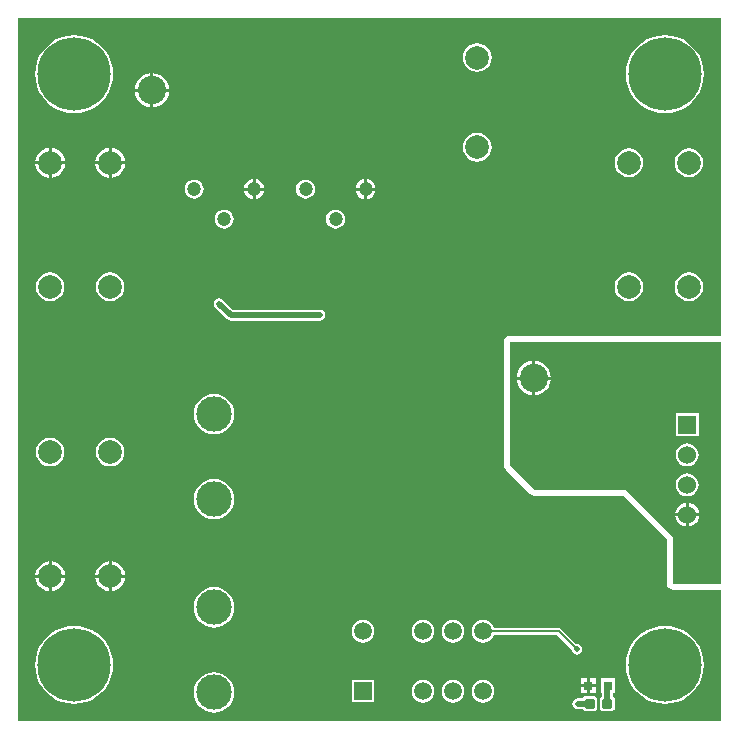
<source format=gbl>
G04*
G04 #@! TF.GenerationSoftware,Altium Limited,Altium Designer,20.1.11 (218)*
G04*
G04 Layer_Physical_Order=2*
G04 Layer_Color=16711680*
%FSLAX24Y24*%
%MOIN*%
G70*
G04*
G04 #@! TF.SameCoordinates,DAAE5E8E-C930-4FEA-A671-465C74EFB4C4*
G04*
G04*
G04 #@! TF.FilePolarity,Positive*
G04*
G01*
G75*
%ADD17C,0.0080*%
G04:AMPARAMS|DCode=25|XSize=35mil|YSize=34mil|CornerRadius=6mil|HoleSize=0mil|Usage=FLASHONLY|Rotation=0.000|XOffset=0mil|YOffset=0mil|HoleType=Round|Shape=RoundedRectangle|*
%AMROUNDEDRECTD25*
21,1,0.0350,0.0221,0,0,0.0*
21,1,0.0231,0.0340,0,0,0.0*
1,1,0.0119,0.0116,-0.0111*
1,1,0.0119,-0.0116,-0.0111*
1,1,0.0119,-0.0116,0.0111*
1,1,0.0119,0.0116,0.0111*
%
%ADD25ROUNDEDRECTD25*%
%ADD74R,0.0315X0.0315*%
%ADD84C,0.0200*%
%ADD85C,0.2441*%
%ADD86C,0.0787*%
%ADD87C,0.0472*%
%ADD88C,0.0945*%
%ADD89C,0.0591*%
%ADD90R,0.0591X0.0591*%
%ADD91R,0.0600X0.0600*%
%ADD92C,0.0600*%
%ADD93C,0.1181*%
%ADD94C,0.0197*%
G36*
X23542Y4669D02*
X21928Y4669D01*
X21928Y6239D01*
X20363Y7804D01*
X17299Y7804D01*
X16490Y8613D01*
X16490Y12739D01*
X23542D01*
Y4669D01*
D02*
G37*
G36*
Y12943D02*
X16490D01*
X16412Y12928D01*
X16345Y12884D01*
X16301Y12817D01*
X16286Y12739D01*
X16286Y8613D01*
Y8613D01*
Y8613D01*
X16292Y8582D01*
X16301Y8535D01*
X16301Y8535D01*
Y8535D01*
X16314Y8516D01*
X16345Y8469D01*
X16345Y8469D01*
X17154Y7660D01*
X17154Y7660D01*
X17221Y7616D01*
X17221D01*
X17221Y7616D01*
X17247Y7610D01*
X17299Y7600D01*
X20279Y7600D01*
X21724Y6155D01*
X21724Y4669D01*
X21727Y4654D01*
X21739Y4591D01*
X21784Y4525D01*
X21784D01*
Y4525D01*
X21850Y4481D01*
X21912Y4468D01*
X21928Y4465D01*
X21928D01*
D01*
D01*
X23542Y4465D01*
Y80D01*
X80D01*
X80Y23542D01*
X23542D01*
Y12943D01*
D02*
G37*
%LPC*%
G36*
X17333Y12097D02*
Y11576D01*
X17854D01*
X17841Y11675D01*
X17783Y11815D01*
X17691Y11934D01*
X17572Y12026D01*
X17433Y12084D01*
X17333Y12097D01*
D02*
G37*
G36*
X17233D02*
X17134Y12084D01*
X16994Y12026D01*
X16875Y11934D01*
X16783Y11815D01*
X16725Y11675D01*
X16712Y11576D01*
X17233D01*
Y12097D01*
D02*
G37*
G36*
X17854Y11476D02*
X17333D01*
Y10955D01*
X17433Y10968D01*
X17572Y11026D01*
X17691Y11118D01*
X17783Y11237D01*
X17841Y11377D01*
X17854Y11476D01*
D02*
G37*
G36*
X17233D02*
X16712D01*
X16725Y11377D01*
X16783Y11237D01*
X16875Y11118D01*
X16994Y11026D01*
X17134Y10968D01*
X17233Y10955D01*
Y11476D01*
D02*
G37*
G36*
X22780Y10350D02*
X22020D01*
Y9590D01*
X22780D01*
Y10350D01*
D02*
G37*
G36*
X22400Y9353D02*
X22301Y9340D01*
X22208Y9302D01*
X22129Y9241D01*
X22068Y9162D01*
X22030Y9069D01*
X22017Y8970D01*
X22030Y8871D01*
X22068Y8778D01*
X22129Y8699D01*
X22208Y8638D01*
X22301Y8600D01*
X22400Y8587D01*
X22499Y8600D01*
X22592Y8638D01*
X22671Y8699D01*
X22732Y8778D01*
X22770Y8871D01*
X22783Y8970D01*
X22770Y9069D01*
X22732Y9162D01*
X22671Y9241D01*
X22592Y9302D01*
X22499Y9340D01*
X22400Y9353D01*
D02*
G37*
G36*
Y8353D02*
X22301Y8340D01*
X22208Y8302D01*
X22129Y8241D01*
X22068Y8162D01*
X22030Y8069D01*
X22017Y7970D01*
X22030Y7871D01*
X22068Y7778D01*
X22129Y7699D01*
X22208Y7638D01*
X22301Y7600D01*
X22400Y7587D01*
X22499Y7600D01*
X22592Y7638D01*
X22671Y7699D01*
X22732Y7778D01*
X22770Y7871D01*
X22783Y7970D01*
X22770Y8069D01*
X22732Y8162D01*
X22671Y8241D01*
X22592Y8302D01*
X22499Y8340D01*
X22400Y8353D01*
D02*
G37*
G36*
X22450Y7371D02*
Y7024D01*
X22797D01*
X22790Y7078D01*
X22749Y7176D01*
X22685Y7259D01*
X22602Y7323D01*
X22504Y7364D01*
X22450Y7371D01*
D02*
G37*
G36*
X22350D02*
X22296Y7364D01*
X22198Y7323D01*
X22115Y7259D01*
X22051Y7176D01*
X22010Y7078D01*
X22003Y7024D01*
X22350D01*
Y7371D01*
D02*
G37*
G36*
X22797Y6924D02*
X22450D01*
Y6577D01*
X22504Y6584D01*
X22602Y6625D01*
X22685Y6689D01*
X22749Y6772D01*
X22790Y6870D01*
X22797Y6924D01*
D02*
G37*
G36*
X22350D02*
X22003D01*
X22010Y6870D01*
X22051Y6772D01*
X22115Y6689D01*
X22198Y6625D01*
X22296Y6584D01*
X22350Y6577D01*
Y6924D01*
D02*
G37*
G36*
X15399Y22686D02*
X15275Y22670D01*
X15160Y22622D01*
X15061Y22546D01*
X14985Y22447D01*
X14938Y22332D01*
X14921Y22208D01*
X14938Y22085D01*
X14985Y21970D01*
X15061Y21871D01*
X15160Y21795D01*
X15275Y21747D01*
X15399Y21731D01*
X15523Y21747D01*
X15638Y21795D01*
X15737Y21871D01*
X15813Y21970D01*
X15861Y22085D01*
X15877Y22208D01*
X15861Y22332D01*
X15813Y22447D01*
X15737Y22546D01*
X15638Y22622D01*
X15523Y22670D01*
X15399Y22686D01*
D02*
G37*
G36*
X4609Y21688D02*
Y21167D01*
X5130D01*
X5117Y21267D01*
X5059Y21406D01*
X4967Y21526D01*
X4848Y21617D01*
X4708Y21675D01*
X4609Y21688D01*
D02*
G37*
G36*
X4509D02*
X4409Y21675D01*
X4270Y21617D01*
X4151Y21526D01*
X4059Y21406D01*
X4001Y21267D01*
X3988Y21167D01*
X4509D01*
Y21688D01*
D02*
G37*
G36*
X5130Y21067D02*
X4609D01*
Y20547D01*
X4708Y20560D01*
X4848Y20617D01*
X4967Y20709D01*
X5059Y20829D01*
X5117Y20968D01*
X5130Y21067D01*
D02*
G37*
G36*
X4509D02*
X3988D01*
X4001Y20968D01*
X4059Y20829D01*
X4151Y20709D01*
X4270Y20617D01*
X4409Y20560D01*
X4509Y20547D01*
Y21067D01*
D02*
G37*
G36*
X21654Y22958D02*
X21449Y22942D01*
X21250Y22894D01*
X21061Y22816D01*
X20887Y22709D01*
X20731Y22576D01*
X20598Y22420D01*
X20491Y22246D01*
X20413Y22057D01*
X20365Y21858D01*
X20349Y21654D01*
X20365Y21449D01*
X20413Y21250D01*
X20491Y21061D01*
X20598Y20887D01*
X20731Y20731D01*
X20887Y20598D01*
X21061Y20491D01*
X21250Y20413D01*
X21449Y20365D01*
X21654Y20349D01*
X21858Y20365D01*
X22057Y20413D01*
X22246Y20491D01*
X22420Y20598D01*
X22576Y20731D01*
X22709Y20887D01*
X22816Y21061D01*
X22894Y21250D01*
X22942Y21449D01*
X22958Y21654D01*
X22942Y21858D01*
X22894Y22057D01*
X22816Y22246D01*
X22709Y22420D01*
X22576Y22576D01*
X22420Y22709D01*
X22246Y22816D01*
X22057Y22894D01*
X21858Y22942D01*
X21654Y22958D01*
D02*
G37*
G36*
X1969D02*
X1764Y22942D01*
X1565Y22894D01*
X1376Y22816D01*
X1202Y22709D01*
X1046Y22576D01*
X913Y22420D01*
X806Y22246D01*
X728Y22057D01*
X680Y21858D01*
X664Y21654D01*
X680Y21449D01*
X728Y21250D01*
X806Y21061D01*
X913Y20887D01*
X1046Y20731D01*
X1202Y20598D01*
X1376Y20491D01*
X1565Y20413D01*
X1764Y20365D01*
X1969Y20349D01*
X2173Y20365D01*
X2372Y20413D01*
X2561Y20491D01*
X2735Y20598D01*
X2891Y20731D01*
X3024Y20887D01*
X3131Y21061D01*
X3209Y21250D01*
X3257Y21449D01*
X3273Y21654D01*
X3257Y21858D01*
X3209Y22057D01*
X3131Y22246D01*
X3024Y22420D01*
X2891Y22576D01*
X2735Y22709D01*
X2561Y22816D01*
X2372Y22894D01*
X2173Y22942D01*
X1969Y22958D01*
D02*
G37*
G36*
X3215Y19192D02*
Y18751D01*
X3657D01*
X3646Y18830D01*
X3597Y18950D01*
X3517Y19053D01*
X3414Y19132D01*
X3294Y19182D01*
X3215Y19192D01*
D02*
G37*
G36*
X1215D02*
Y18751D01*
X1657D01*
X1646Y18830D01*
X1597Y18950D01*
X1517Y19053D01*
X1414Y19132D01*
X1294Y19182D01*
X1215Y19192D01*
D02*
G37*
G36*
X3115D02*
X3036Y19182D01*
X2916Y19132D01*
X2813Y19053D01*
X2734Y18950D01*
X2684Y18830D01*
X2674Y18751D01*
X3115D01*
Y19192D01*
D02*
G37*
G36*
X1115D02*
X1036Y19182D01*
X916Y19132D01*
X813Y19053D01*
X734Y18950D01*
X684Y18830D01*
X674Y18751D01*
X1115D01*
Y19192D01*
D02*
G37*
G36*
X15399Y19694D02*
X15275Y19678D01*
X15160Y19630D01*
X15061Y19554D01*
X14985Y19455D01*
X14938Y19340D01*
X14921Y19216D01*
X14938Y19093D01*
X14985Y18977D01*
X15061Y18879D01*
X15160Y18803D01*
X15275Y18755D01*
X15399Y18739D01*
X15523Y18755D01*
X15638Y18803D01*
X15737Y18879D01*
X15813Y18977D01*
X15861Y19093D01*
X15877Y19216D01*
X15861Y19340D01*
X15813Y19455D01*
X15737Y19554D01*
X15638Y19630D01*
X15523Y19678D01*
X15399Y19694D01*
D02*
G37*
G36*
X22457Y19179D02*
X22333Y19162D01*
X22218Y19115D01*
X22119Y19039D01*
X22043Y18940D01*
X21995Y18824D01*
X21979Y18701D01*
X21995Y18577D01*
X22043Y18462D01*
X22119Y18363D01*
X22218Y18287D01*
X22333Y18239D01*
X22457Y18223D01*
X22580Y18239D01*
X22696Y18287D01*
X22795Y18363D01*
X22870Y18462D01*
X22918Y18577D01*
X22934Y18701D01*
X22918Y18824D01*
X22870Y18940D01*
X22795Y19039D01*
X22696Y19115D01*
X22580Y19162D01*
X22457Y19179D01*
D02*
G37*
G36*
X20457D02*
X20333Y19162D01*
X20218Y19115D01*
X20119Y19039D01*
X20043Y18940D01*
X19995Y18824D01*
X19979Y18701D01*
X19995Y18577D01*
X20043Y18462D01*
X20119Y18363D01*
X20218Y18287D01*
X20333Y18239D01*
X20457Y18223D01*
X20580Y18239D01*
X20696Y18287D01*
X20795Y18363D01*
X20870Y18462D01*
X20918Y18577D01*
X20934Y18701D01*
X20918Y18824D01*
X20870Y18940D01*
X20795Y19039D01*
X20696Y19115D01*
X20580Y19162D01*
X20457Y19179D01*
D02*
G37*
G36*
X3657Y18651D02*
X3215D01*
Y18209D01*
X3294Y18220D01*
X3414Y18270D01*
X3517Y18349D01*
X3597Y18452D01*
X3646Y18572D01*
X3657Y18651D01*
D02*
G37*
G36*
X1657D02*
X1215D01*
Y18209D01*
X1294Y18220D01*
X1414Y18270D01*
X1517Y18349D01*
X1597Y18452D01*
X1646Y18572D01*
X1657Y18651D01*
D02*
G37*
G36*
X3115D02*
X2674D01*
X2684Y18572D01*
X2734Y18452D01*
X2813Y18349D01*
X2916Y18270D01*
X3036Y18220D01*
X3115Y18209D01*
Y18651D01*
D02*
G37*
G36*
X1115D02*
X674D01*
X684Y18572D01*
X734Y18452D01*
X813Y18349D01*
X916Y18270D01*
X1036Y18220D01*
X1115Y18209D01*
Y18651D01*
D02*
G37*
G36*
X11727Y18156D02*
Y17873D01*
X12009D01*
X12004Y17911D01*
X11970Y17993D01*
X11916Y18063D01*
X11846Y18117D01*
X11764Y18151D01*
X11727Y18156D01*
D02*
G37*
G36*
X11627D02*
X11589Y18151D01*
X11507Y18117D01*
X11437Y18063D01*
X11383Y17993D01*
X11349Y17911D01*
X11344Y17873D01*
X11627D01*
Y18156D01*
D02*
G37*
G36*
X8017D02*
Y17873D01*
X8300D01*
X8295Y17911D01*
X8261Y17993D01*
X8207Y18063D01*
X8137Y18117D01*
X8055Y18151D01*
X8017Y18156D01*
D02*
G37*
G36*
X7917D02*
X7879Y18151D01*
X7797Y18117D01*
X7727Y18063D01*
X7673Y17993D01*
X7639Y17911D01*
X7634Y17873D01*
X7917D01*
Y18156D01*
D02*
G37*
G36*
X9677Y18142D02*
X9594Y18132D01*
X9517Y18100D01*
X9451Y18049D01*
X9400Y17983D01*
X9369Y17906D01*
X9358Y17823D01*
X9369Y17741D01*
X9400Y17664D01*
X9451Y17598D01*
X9517Y17547D01*
X9594Y17515D01*
X9677Y17504D01*
X9759Y17515D01*
X9836Y17547D01*
X9902Y17598D01*
X9953Y17664D01*
X9985Y17741D01*
X9996Y17823D01*
X9985Y17906D01*
X9953Y17983D01*
X9902Y18049D01*
X9836Y18100D01*
X9759Y18132D01*
X9677Y18142D01*
D02*
G37*
G36*
X5967D02*
X5884Y18132D01*
X5808Y18100D01*
X5741Y18049D01*
X5691Y17983D01*
X5659Y17906D01*
X5648Y17823D01*
X5659Y17741D01*
X5691Y17664D01*
X5741Y17598D01*
X5808Y17547D01*
X5884Y17515D01*
X5967Y17504D01*
X6050Y17515D01*
X6126Y17547D01*
X6193Y17598D01*
X6243Y17664D01*
X6275Y17741D01*
X6286Y17823D01*
X6275Y17906D01*
X6243Y17983D01*
X6193Y18049D01*
X6126Y18100D01*
X6050Y18132D01*
X5967Y18142D01*
D02*
G37*
G36*
X12009Y17773D02*
X11727D01*
Y17491D01*
X11764Y17496D01*
X11846Y17530D01*
X11916Y17584D01*
X11970Y17654D01*
X12004Y17736D01*
X12009Y17773D01*
D02*
G37*
G36*
X11627D02*
X11344D01*
X11349Y17736D01*
X11383Y17654D01*
X11437Y17584D01*
X11507Y17530D01*
X11589Y17496D01*
X11627Y17491D01*
Y17773D01*
D02*
G37*
G36*
X8300D02*
X8017D01*
Y17491D01*
X8055Y17496D01*
X8137Y17530D01*
X8207Y17584D01*
X8261Y17654D01*
X8295Y17736D01*
X8300Y17773D01*
D02*
G37*
G36*
X7917D02*
X7634D01*
X7639Y17736D01*
X7673Y17654D01*
X7727Y17584D01*
X7797Y17530D01*
X7879Y17496D01*
X7917Y17491D01*
Y17773D01*
D02*
G37*
G36*
X10677Y17142D02*
X10594Y17132D01*
X10517Y17100D01*
X10451Y17049D01*
X10400Y16983D01*
X10369Y16906D01*
X10358Y16823D01*
X10369Y16741D01*
X10400Y16664D01*
X10451Y16598D01*
X10517Y16547D01*
X10594Y16515D01*
X10677Y16504D01*
X10759Y16515D01*
X10836Y16547D01*
X10902Y16598D01*
X10953Y16664D01*
X10985Y16741D01*
X10996Y16823D01*
X10985Y16906D01*
X10953Y16983D01*
X10902Y17049D01*
X10836Y17100D01*
X10759Y17132D01*
X10677Y17142D01*
D02*
G37*
G36*
X6967D02*
X6884Y17132D01*
X6808Y17100D01*
X6741Y17049D01*
X6691Y16983D01*
X6659Y16906D01*
X6648Y16823D01*
X6659Y16741D01*
X6691Y16664D01*
X6741Y16598D01*
X6808Y16547D01*
X6884Y16515D01*
X6967Y16504D01*
X7050Y16515D01*
X7126Y16547D01*
X7193Y16598D01*
X7243Y16664D01*
X7275Y16741D01*
X7286Y16823D01*
X7275Y16906D01*
X7243Y16983D01*
X7193Y17049D01*
X7126Y17100D01*
X7050Y17132D01*
X6967Y17142D01*
D02*
G37*
G36*
X22457Y15045D02*
X22333Y15028D01*
X22218Y14981D01*
X22119Y14905D01*
X22043Y14806D01*
X21995Y14691D01*
X21979Y14567D01*
X21995Y14443D01*
X22043Y14328D01*
X22119Y14229D01*
X22218Y14153D01*
X22333Y14105D01*
X22457Y14089D01*
X22580Y14105D01*
X22696Y14153D01*
X22795Y14229D01*
X22870Y14328D01*
X22918Y14443D01*
X22934Y14567D01*
X22918Y14691D01*
X22870Y14806D01*
X22795Y14905D01*
X22696Y14981D01*
X22580Y15028D01*
X22457Y15045D01*
D02*
G37*
G36*
X20457D02*
X20333Y15028D01*
X20218Y14981D01*
X20119Y14905D01*
X20043Y14806D01*
X19995Y14691D01*
X19979Y14567D01*
X19995Y14443D01*
X20043Y14328D01*
X20119Y14229D01*
X20218Y14153D01*
X20333Y14105D01*
X20457Y14089D01*
X20580Y14105D01*
X20696Y14153D01*
X20795Y14229D01*
X20870Y14328D01*
X20918Y14443D01*
X20934Y14567D01*
X20918Y14691D01*
X20870Y14806D01*
X20795Y14905D01*
X20696Y14981D01*
X20580Y15028D01*
X20457Y15045D01*
D02*
G37*
G36*
X3165D02*
X3042Y15028D01*
X2926Y14981D01*
X2828Y14905D01*
X2752Y14806D01*
X2704Y14691D01*
X2688Y14567D01*
X2704Y14443D01*
X2752Y14328D01*
X2828Y14229D01*
X2926Y14153D01*
X3042Y14105D01*
X3165Y14089D01*
X3289Y14105D01*
X3404Y14153D01*
X3503Y14229D01*
X3579Y14328D01*
X3627Y14443D01*
X3643Y14567D01*
X3627Y14691D01*
X3579Y14806D01*
X3503Y14905D01*
X3404Y14981D01*
X3289Y15028D01*
X3165Y15045D01*
D02*
G37*
G36*
X1165D02*
X1042Y15028D01*
X926Y14981D01*
X828Y14905D01*
X752Y14806D01*
X704Y14691D01*
X688Y14567D01*
X704Y14443D01*
X752Y14328D01*
X828Y14229D01*
X926Y14153D01*
X1042Y14105D01*
X1165Y14089D01*
X1289Y14105D01*
X1404Y14153D01*
X1503Y14229D01*
X1579Y14328D01*
X1627Y14443D01*
X1643Y14567D01*
X1627Y14691D01*
X1579Y14806D01*
X1503Y14905D01*
X1404Y14981D01*
X1289Y15028D01*
X1165Y15045D01*
D02*
G37*
G36*
X6803Y14190D02*
X6733Y14176D01*
X6673Y14137D01*
X6634Y14077D01*
X6620Y14007D01*
X6634Y13937D01*
X6673Y13877D01*
X7058Y13493D01*
X7117Y13453D01*
X7129Y13451D01*
X7188Y13439D01*
X10152D01*
X10223Y13453D01*
X10282Y13493D01*
X10322Y13552D01*
X10336Y13623D01*
X10322Y13693D01*
X10282Y13752D01*
X10223Y13792D01*
X10152Y13806D01*
X7264D01*
X6933Y14137D01*
X6873Y14176D01*
X6803Y14190D01*
D02*
G37*
G36*
X6630Y10994D02*
X6499Y10981D01*
X6372Y10943D01*
X6256Y10880D01*
X6154Y10797D01*
X6070Y10695D01*
X6008Y10578D01*
X5969Y10452D01*
X5957Y10320D01*
X5969Y10189D01*
X6008Y10062D01*
X6070Y9946D01*
X6154Y9844D01*
X6256Y9760D01*
X6372Y9698D01*
X6499Y9659D01*
X6630Y9646D01*
X6762Y9659D01*
X6888Y9698D01*
X7005Y9760D01*
X7107Y9844D01*
X7191Y9946D01*
X7253Y10062D01*
X7291Y10189D01*
X7304Y10320D01*
X7291Y10452D01*
X7253Y10578D01*
X7191Y10695D01*
X7107Y10797D01*
X7005Y10880D01*
X6888Y10943D01*
X6762Y10981D01*
X6630Y10994D01*
D02*
G37*
G36*
X3165Y9533D02*
X3042Y9517D01*
X2926Y9469D01*
X2828Y9393D01*
X2752Y9294D01*
X2704Y9179D01*
X2688Y9055D01*
X2704Y8931D01*
X2752Y8816D01*
X2828Y8717D01*
X2926Y8641D01*
X3042Y8594D01*
X3165Y8577D01*
X3289Y8594D01*
X3404Y8641D01*
X3503Y8717D01*
X3579Y8816D01*
X3627Y8931D01*
X3643Y9055D01*
X3627Y9179D01*
X3579Y9294D01*
X3503Y9393D01*
X3404Y9469D01*
X3289Y9517D01*
X3165Y9533D01*
D02*
G37*
G36*
X1165D02*
X1042Y9517D01*
X926Y9469D01*
X828Y9393D01*
X752Y9294D01*
X704Y9179D01*
X688Y9055D01*
X704Y8931D01*
X752Y8816D01*
X828Y8717D01*
X926Y8641D01*
X1042Y8594D01*
X1165Y8577D01*
X1289Y8594D01*
X1404Y8641D01*
X1503Y8717D01*
X1579Y8816D01*
X1627Y8931D01*
X1643Y9055D01*
X1627Y9179D01*
X1579Y9294D01*
X1503Y9393D01*
X1404Y9469D01*
X1289Y9517D01*
X1165Y9533D01*
D02*
G37*
G36*
X6630Y8159D02*
X6499Y8146D01*
X6372Y8108D01*
X6256Y8046D01*
X6154Y7962D01*
X6070Y7860D01*
X6008Y7743D01*
X5969Y7617D01*
X5957Y7486D01*
X5969Y7354D01*
X6008Y7228D01*
X6070Y7111D01*
X6154Y7009D01*
X6256Y6925D01*
X6372Y6863D01*
X6499Y6825D01*
X6630Y6812D01*
X6762Y6825D01*
X6888Y6863D01*
X7005Y6925D01*
X7107Y7009D01*
X7191Y7111D01*
X7253Y7228D01*
X7291Y7354D01*
X7304Y7486D01*
X7291Y7617D01*
X7253Y7743D01*
X7191Y7860D01*
X7107Y7962D01*
X7005Y8046D01*
X6888Y8108D01*
X6762Y8146D01*
X6630Y8159D01*
D02*
G37*
G36*
X3215Y5413D02*
Y4971D01*
X3657D01*
X3646Y5050D01*
X3597Y5170D01*
X3517Y5273D01*
X3414Y5353D01*
X3294Y5402D01*
X3215Y5413D01*
D02*
G37*
G36*
X1215D02*
Y4971D01*
X1657D01*
X1646Y5050D01*
X1597Y5170D01*
X1517Y5273D01*
X1414Y5353D01*
X1294Y5402D01*
X1215Y5413D01*
D02*
G37*
G36*
X3115Y5413D02*
X3036Y5402D01*
X2916Y5353D01*
X2813Y5273D01*
X2734Y5170D01*
X2684Y5050D01*
X2674Y4971D01*
X3115D01*
Y5413D01*
D02*
G37*
G36*
X1115D02*
X1036Y5402D01*
X916Y5353D01*
X813Y5273D01*
X734Y5170D01*
X684Y5050D01*
X674Y4971D01*
X1115D01*
Y5413D01*
D02*
G37*
G36*
X3115Y4871D02*
X2674D01*
X2684Y4792D01*
X2734Y4672D01*
X2813Y4569D01*
X2916Y4490D01*
X3036Y4440D01*
X3115Y4430D01*
Y4871D01*
D02*
G37*
G36*
X1115D02*
X674D01*
X684Y4792D01*
X734Y4672D01*
X813Y4569D01*
X916Y4490D01*
X1036Y4440D01*
X1115Y4430D01*
Y4871D01*
D02*
G37*
G36*
X3657D02*
X3215D01*
Y4430D01*
X3294Y4440D01*
X3414Y4490D01*
X3517Y4569D01*
X3597Y4672D01*
X3646Y4792D01*
X3657Y4871D01*
D02*
G37*
G36*
X1657D02*
X1215D01*
Y4430D01*
X1294Y4440D01*
X1414Y4490D01*
X1517Y4569D01*
X1597Y4672D01*
X1646Y4792D01*
X1657Y4871D01*
D02*
G37*
G36*
X6630Y4557D02*
X6499Y4544D01*
X6372Y4506D01*
X6256Y4443D01*
X6154Y4359D01*
X6070Y4257D01*
X6008Y4141D01*
X5969Y4014D01*
X5957Y3883D01*
X5969Y3752D01*
X6008Y3625D01*
X6070Y3509D01*
X6154Y3407D01*
X6256Y3323D01*
X6372Y3261D01*
X6499Y3222D01*
X6630Y3209D01*
X6762Y3222D01*
X6888Y3261D01*
X7005Y3323D01*
X7107Y3407D01*
X7191Y3509D01*
X7253Y3625D01*
X7291Y3752D01*
X7304Y3883D01*
X7291Y4014D01*
X7253Y4141D01*
X7191Y4257D01*
X7107Y4359D01*
X7005Y4443D01*
X6888Y4506D01*
X6762Y4544D01*
X6630Y4557D01*
D02*
G37*
G36*
X14594Y3464D02*
X14496Y3451D01*
X14405Y3414D01*
X14327Y3353D01*
X14267Y3275D01*
X14229Y3184D01*
X14216Y3086D01*
X14229Y2988D01*
X14267Y2897D01*
X14327Y2818D01*
X14405Y2758D01*
X14496Y2720D01*
X14594Y2707D01*
X14692Y2720D01*
X14784Y2758D01*
X14862Y2818D01*
X14922Y2897D01*
X14960Y2988D01*
X14973Y3086D01*
X14960Y3184D01*
X14922Y3275D01*
X14862Y3353D01*
X14784Y3414D01*
X14692Y3451D01*
X14594Y3464D01*
D02*
G37*
G36*
X13594D02*
X13496Y3451D01*
X13405Y3414D01*
X13327Y3353D01*
X13267Y3275D01*
X13229Y3184D01*
X13216Y3086D01*
X13229Y2988D01*
X13267Y2897D01*
X13327Y2818D01*
X13405Y2758D01*
X13496Y2720D01*
X13594Y2707D01*
X13692Y2720D01*
X13784Y2758D01*
X13862Y2818D01*
X13922Y2897D01*
X13960Y2988D01*
X13973Y3086D01*
X13960Y3184D01*
X13922Y3275D01*
X13862Y3353D01*
X13784Y3414D01*
X13692Y3451D01*
X13594Y3464D01*
D02*
G37*
G36*
X11594D02*
X11496Y3451D01*
X11405Y3414D01*
X11327Y3353D01*
X11267Y3275D01*
X11229Y3184D01*
X11216Y3086D01*
X11229Y2988D01*
X11267Y2897D01*
X11327Y2818D01*
X11405Y2758D01*
X11496Y2720D01*
X11594Y2707D01*
X11692Y2720D01*
X11784Y2758D01*
X11862Y2818D01*
X11922Y2897D01*
X11960Y2988D01*
X11973Y3086D01*
X11960Y3184D01*
X11922Y3275D01*
X11862Y3353D01*
X11784Y3414D01*
X11692Y3451D01*
X11594Y3464D01*
D02*
G37*
G36*
X15594D02*
X15496Y3451D01*
X15405Y3414D01*
X15327Y3353D01*
X15267Y3275D01*
X15229Y3184D01*
X15216Y3086D01*
X15229Y2988D01*
X15267Y2897D01*
X15327Y2818D01*
X15405Y2758D01*
X15496Y2720D01*
X15594Y2707D01*
X15692Y2720D01*
X15784Y2758D01*
X15862Y2818D01*
X15922Y2897D01*
X15950Y2963D01*
X18060D01*
X18533Y2490D01*
X18532Y2483D01*
X18546Y2413D01*
X18585Y2354D01*
X18644Y2315D01*
X18714Y2301D01*
X18783Y2315D01*
X18842Y2354D01*
X18882Y2413D01*
X18896Y2483D01*
X18882Y2553D01*
X18842Y2612D01*
X18783Y2651D01*
X18714Y2665D01*
X18706Y2664D01*
X18197Y3172D01*
X18158Y3199D01*
X18111Y3208D01*
X15950D01*
X15922Y3275D01*
X15862Y3353D01*
X15784Y3414D01*
X15692Y3451D01*
X15594Y3464D01*
D02*
G37*
G36*
X19367Y1530D02*
X19159D01*
Y1322D01*
X19367D01*
Y1530D01*
D02*
G37*
G36*
X19059D02*
X18852D01*
Y1322D01*
X19059D01*
Y1530D01*
D02*
G37*
G36*
X19367Y1222D02*
X19159D01*
Y1015D01*
X19367D01*
Y1222D01*
D02*
G37*
G36*
X19059D02*
X18852D01*
Y1015D01*
X19059D01*
Y1222D01*
D02*
G37*
G36*
X11970Y1461D02*
X11219D01*
Y711D01*
X11970D01*
Y1461D01*
D02*
G37*
G36*
X15594Y1464D02*
X15496Y1451D01*
X15405Y1414D01*
X15327Y1353D01*
X15267Y1275D01*
X15229Y1184D01*
X15216Y1086D01*
X15229Y988D01*
X15267Y897D01*
X15327Y818D01*
X15405Y758D01*
X15496Y720D01*
X15594Y707D01*
X15692Y720D01*
X15784Y758D01*
X15862Y818D01*
X15922Y897D01*
X15960Y988D01*
X15973Y1086D01*
X15960Y1184D01*
X15922Y1275D01*
X15862Y1353D01*
X15784Y1414D01*
X15692Y1451D01*
X15594Y1464D01*
D02*
G37*
G36*
X14594D02*
X14496Y1451D01*
X14405Y1414D01*
X14327Y1353D01*
X14267Y1275D01*
X14229Y1184D01*
X14216Y1086D01*
X14229Y988D01*
X14267Y897D01*
X14327Y818D01*
X14405Y758D01*
X14496Y720D01*
X14594Y707D01*
X14692Y720D01*
X14784Y758D01*
X14862Y818D01*
X14922Y897D01*
X14960Y988D01*
X14973Y1086D01*
X14960Y1184D01*
X14922Y1275D01*
X14862Y1353D01*
X14784Y1414D01*
X14692Y1451D01*
X14594Y1464D01*
D02*
G37*
G36*
X13594D02*
X13496Y1451D01*
X13405Y1414D01*
X13327Y1353D01*
X13267Y1275D01*
X13229Y1184D01*
X13216Y1086D01*
X13229Y988D01*
X13267Y897D01*
X13327Y818D01*
X13405Y758D01*
X13496Y720D01*
X13594Y707D01*
X13692Y720D01*
X13784Y758D01*
X13862Y818D01*
X13922Y897D01*
X13960Y988D01*
X13973Y1086D01*
X13960Y1184D01*
X13922Y1275D01*
X13862Y1353D01*
X13784Y1414D01*
X13692Y1451D01*
X13594Y1464D01*
D02*
G37*
G36*
X21654Y3273D02*
X21449Y3257D01*
X21250Y3209D01*
X21061Y3131D01*
X20887Y3024D01*
X20731Y2891D01*
X20598Y2735D01*
X20491Y2561D01*
X20413Y2372D01*
X20365Y2173D01*
X20349Y1969D01*
X20365Y1764D01*
X20413Y1565D01*
X20491Y1376D01*
X20598Y1202D01*
X20731Y1046D01*
X20887Y913D01*
X21061Y806D01*
X21250Y728D01*
X21449Y680D01*
X21654Y664D01*
X21858Y680D01*
X22057Y728D01*
X22246Y806D01*
X22420Y913D01*
X22576Y1046D01*
X22709Y1202D01*
X22816Y1376D01*
X22894Y1565D01*
X22942Y1764D01*
X22958Y1969D01*
X22942Y2173D01*
X22894Y2372D01*
X22816Y2561D01*
X22709Y2735D01*
X22576Y2891D01*
X22420Y3024D01*
X22246Y3131D01*
X22057Y3209D01*
X21858Y3257D01*
X21654Y3273D01*
D02*
G37*
G36*
X1969D02*
X1764Y3257D01*
X1565Y3209D01*
X1376Y3131D01*
X1202Y3024D01*
X1046Y2891D01*
X913Y2735D01*
X806Y2561D01*
X728Y2372D01*
X680Y2173D01*
X664Y1969D01*
X680Y1764D01*
X728Y1565D01*
X806Y1376D01*
X913Y1202D01*
X1046Y1046D01*
X1202Y913D01*
X1376Y806D01*
X1565Y728D01*
X1764Y680D01*
X1969Y664D01*
X2173Y680D01*
X2372Y728D01*
X2561Y806D01*
X2735Y913D01*
X2891Y1046D01*
X3024Y1202D01*
X3131Y1376D01*
X3209Y1565D01*
X3257Y1764D01*
X3273Y1969D01*
X3257Y2173D01*
X3209Y2372D01*
X3131Y2561D01*
X3024Y2735D01*
X2891Y2891D01*
X2735Y3024D01*
X2561Y3131D01*
X2372Y3209D01*
X2173Y3257D01*
X1969Y3273D01*
D02*
G37*
G36*
X19996Y1510D02*
X19521D01*
Y1035D01*
X19555D01*
Y906D01*
X19522Y884D01*
X19492Y838D01*
X19481Y783D01*
Y562D01*
X19492Y508D01*
X19522Y462D01*
X19569Y431D01*
X19623Y420D01*
X19854D01*
X19908Y431D01*
X19955Y462D01*
X19985Y508D01*
X19996Y562D01*
Y783D01*
X19985Y838D01*
X19955Y884D01*
X19922Y906D01*
Y1035D01*
X19996D01*
Y1510D01*
D02*
G37*
G36*
X19264Y926D02*
X19033D01*
X18979Y915D01*
X18932Y884D01*
X18910Y850D01*
X18753D01*
X18683Y837D01*
X18623Y797D01*
X18619Y790D01*
X18618Y790D01*
X18579Y731D01*
X18565Y661D01*
X18579Y591D01*
X18618Y532D01*
X18677Y493D01*
X18747Y479D01*
X18769Y483D01*
X18918D01*
X18932Y462D01*
X18979Y431D01*
X19033Y420D01*
X19264D01*
X19318Y431D01*
X19365Y462D01*
X19395Y508D01*
X19406Y562D01*
Y783D01*
X19395Y838D01*
X19365Y884D01*
X19318Y915D01*
X19264Y926D01*
D02*
G37*
G36*
X6630Y1722D02*
X6499Y1709D01*
X6372Y1671D01*
X6256Y1609D01*
X6154Y1525D01*
X6070Y1423D01*
X6008Y1306D01*
X5969Y1180D01*
X5957Y1048D01*
X5969Y917D01*
X6008Y791D01*
X6070Y674D01*
X6154Y572D01*
X6256Y488D01*
X6372Y426D01*
X6499Y388D01*
X6630Y375D01*
X6762Y388D01*
X6888Y426D01*
X7005Y488D01*
X7107Y572D01*
X7191Y674D01*
X7253Y791D01*
X7291Y917D01*
X7304Y1048D01*
X7291Y1180D01*
X7253Y1306D01*
X7191Y1423D01*
X7107Y1525D01*
X7005Y1609D01*
X6888Y1671D01*
X6762Y1709D01*
X6630Y1722D01*
D02*
G37*
%LPD*%
D17*
X15594Y3086D02*
X18111D01*
X18714Y2483D01*
X19738Y1252D02*
X19759Y1272D01*
X19097Y1260D02*
X19109Y1272D01*
X19142Y667D02*
X19148Y673D01*
X18747Y661D02*
X18753Y667D01*
D25*
X19148Y673D02*
D03*
X19738D02*
D03*
D74*
X19759Y1272D02*
D03*
X19109D02*
D03*
D84*
X19738Y673D02*
Y1252D01*
X18753Y667D02*
X19142D01*
X7188Y13623D02*
X10152D01*
X6803Y14007D02*
X7188Y13623D01*
D85*
X1969Y21654D02*
D03*
X21654D02*
D03*
Y1969D02*
D03*
X1969D02*
D03*
D86*
X22457Y14567D02*
D03*
X20457D02*
D03*
X1165Y4921D02*
D03*
X3165D02*
D03*
Y14567D02*
D03*
X1165D02*
D03*
X15399Y22208D02*
D03*
Y19216D02*
D03*
X1165Y18701D02*
D03*
X3165D02*
D03*
X1165Y9055D02*
D03*
X3165D02*
D03*
X22457Y18701D02*
D03*
X20457D02*
D03*
D87*
X9677Y17823D02*
D03*
X11677D02*
D03*
X10677Y16823D02*
D03*
X5967Y17823D02*
D03*
X7967D02*
D03*
X6967Y16823D02*
D03*
D88*
X17283Y11526D02*
D03*
X4559Y21117D02*
D03*
D89*
X11594Y3086D02*
D03*
X13594D02*
D03*
X14594D02*
D03*
X15594D02*
D03*
Y1086D02*
D03*
X14594D02*
D03*
X13594D02*
D03*
D90*
X11594D02*
D03*
D91*
X22400Y9970D02*
D03*
D92*
Y8970D02*
D03*
Y7970D02*
D03*
Y6974D02*
D03*
D93*
X6630Y10320D02*
D03*
Y7486D02*
D03*
Y3883D02*
D03*
Y1048D02*
D03*
D94*
X18680Y1280D02*
D03*
X17764Y4649D02*
D03*
X10590Y14640D02*
D03*
X18830Y4170D02*
D03*
X5012Y11823D02*
D03*
X18145Y17629D02*
D03*
X18134Y15421D02*
D03*
X10280Y15915D02*
D03*
X23267Y6259D02*
D03*
X22334Y6237D02*
D03*
X23254Y7244D02*
D03*
X21471Y7209D02*
D03*
X21195Y6073D02*
D03*
X21551D02*
D03*
X9296Y3278D02*
D03*
X9060Y3041D02*
D03*
X8824Y3278D02*
D03*
X9532Y3041D02*
D03*
X8587D02*
D03*
X10129Y8592D02*
D03*
X10485D02*
D03*
X10498Y7013D02*
D03*
X10142D02*
D03*
X9542Y7958D02*
D03*
Y7602D02*
D03*
X11605Y6830D02*
D03*
Y6474D02*
D03*
X9812Y5931D02*
D03*
X8795Y5960D02*
D03*
X9151D02*
D03*
X12963Y14971D02*
D03*
Y13972D02*
D03*
Y13616D02*
D03*
Y14615D02*
D03*
X18747Y661D02*
D03*
X15847Y16350D02*
D03*
X17020Y7220D02*
D03*
X11901Y22688D02*
D03*
X8550Y12870D02*
D03*
X10152Y13623D02*
D03*
X10738Y15411D02*
D03*
X6803Y14007D02*
D03*
X6977Y15363D02*
D03*
X6823Y14625D02*
D03*
X5665Y13240D02*
D03*
X17030Y8330D02*
D03*
X17386Y15655D02*
D03*
X15847Y14151D02*
D03*
X18849Y11114D02*
D03*
Y12059D02*
D03*
X18613Y11351D02*
D03*
X18849Y11587D02*
D03*
X18613Y11823D02*
D03*
X19574Y3884D02*
D03*
X18714Y2483D02*
D03*
X18837Y7169D02*
D03*
X19827Y8559D02*
D03*
X18837Y8365D02*
D03*
X18711Y1851D02*
D03*
M02*

</source>
